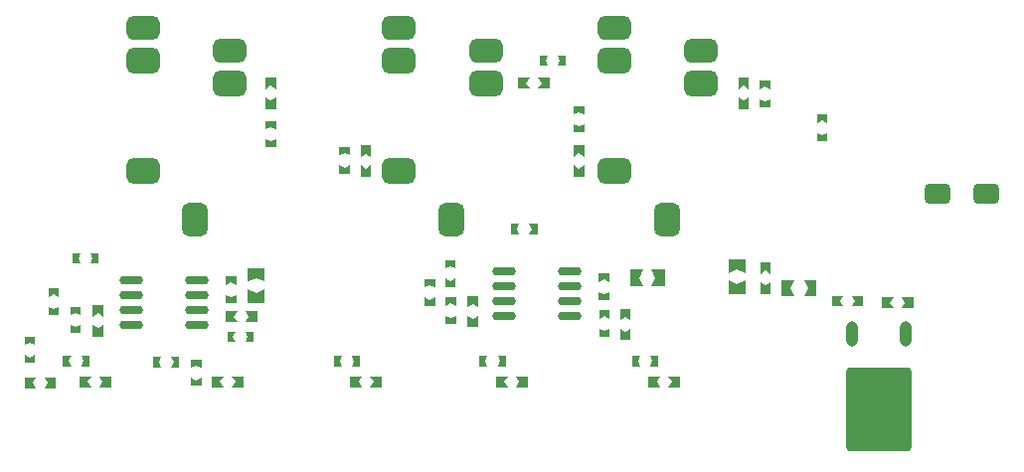
<source format=gtp>
G04 Layer_Color=8421504*
%FSLAX24Y24*%
%MOIN*%
G70*
G01*
G75*
%ADD16O,0.0800X0.0295*%
G04:AMPARAMS|DCode=17|XSize=279.5mil|YSize=218.5mil|CornerRadius=10.9mil|HoleSize=0mil|Usage=FLASHONLY|Rotation=270.000|XOffset=0mil|YOffset=0mil|HoleType=Round|Shape=RoundedRectangle|*
%AMROUNDEDRECTD17*
21,1,0.2795,0.1967,0,0,270.0*
21,1,0.2577,0.2185,0,0,270.0*
1,1,0.0219,-0.0983,-0.1288*
1,1,0.0219,-0.0983,0.1288*
1,1,0.0219,0.0983,0.1288*
1,1,0.0219,0.0983,-0.1288*
%
%ADD17ROUNDEDRECTD17*%
%ADD18O,0.0394X0.0846*%
G04:AMPARAMS|DCode=22|XSize=86.6mil|YSize=68.9mil|CornerRadius=17.2mil|HoleSize=0mil|Usage=FLASHONLY|Rotation=0.000|XOffset=0mil|YOffset=0mil|HoleType=Round|Shape=RoundedRectangle|*
%AMROUNDEDRECTD22*
21,1,0.0866,0.0344,0,0,0.0*
21,1,0.0522,0.0689,0,0,0.0*
1,1,0.0344,0.0261,-0.0172*
1,1,0.0344,-0.0261,-0.0172*
1,1,0.0344,-0.0261,0.0172*
1,1,0.0344,0.0261,0.0172*
%
%ADD22ROUNDEDRECTD22*%
G04:AMPARAMS|DCode=23|XSize=86.6mil|YSize=110.2mil|CornerRadius=21.7mil|HoleSize=0mil|Usage=FLASHONLY|Rotation=0.000|XOffset=0mil|YOffset=0mil|HoleType=Round|Shape=RoundedRectangle|*
%AMROUNDEDRECTD23*
21,1,0.0866,0.0669,0,0,0.0*
21,1,0.0433,0.1102,0,0,0.0*
1,1,0.0433,0.0217,-0.0335*
1,1,0.0433,-0.0217,-0.0335*
1,1,0.0433,-0.0217,0.0335*
1,1,0.0433,0.0217,0.0335*
%
%ADD23ROUNDEDRECTD23*%
G04:AMPARAMS|DCode=24|XSize=86.6mil|YSize=110.2mil|CornerRadius=21.7mil|HoleSize=0mil|Usage=FLASHONLY|Rotation=270.000|XOffset=0mil|YOffset=0mil|HoleType=Round|Shape=RoundedRectangle|*
%AMROUNDEDRECTD24*
21,1,0.0866,0.0669,0,0,270.0*
21,1,0.0433,0.1102,0,0,270.0*
1,1,0.0433,-0.0335,-0.0217*
1,1,0.0433,-0.0335,0.0217*
1,1,0.0433,0.0335,0.0217*
1,1,0.0433,0.0335,-0.0217*
%
%ADD24ROUNDEDRECTD24*%
G04:AMPARAMS|DCode=25|XSize=78.7mil|YSize=110.2mil|CornerRadius=19.7mil|HoleSize=0mil|Usage=FLASHONLY|Rotation=270.000|XOffset=0mil|YOffset=0mil|HoleType=Round|Shape=RoundedRectangle|*
%AMROUNDEDRECTD25*
21,1,0.0787,0.0709,0,0,270.0*
21,1,0.0394,0.1102,0,0,270.0*
1,1,0.0394,-0.0354,-0.0197*
1,1,0.0394,-0.0354,0.0197*
1,1,0.0394,0.0354,0.0197*
1,1,0.0394,0.0354,-0.0197*
%
%ADD25ROUNDEDRECTD25*%
G36*
X41516Y43632D02*
X41240D01*
X41319Y43809D01*
X41240Y43986D01*
X41516D01*
Y43632D01*
D02*
G37*
G36*
X40827Y43809D02*
X40906Y43632D01*
X40630D01*
Y43986D01*
X40906D01*
X40827Y43809D01*
D02*
G37*
G36*
X40965Y42874D02*
X40571D01*
X40689Y43051D01*
X40571Y43228D01*
X40965D01*
Y42874D01*
D02*
G37*
G36*
X40177Y43051D02*
X40295Y42874D01*
X39902D01*
Y43228D01*
X40295D01*
X40177Y43051D01*
D02*
G37*
G36*
X48356Y42854D02*
X48179Y42933D01*
X48002Y42854D01*
Y43130D01*
X48356D01*
Y42854D01*
D02*
G37*
G36*
X31791D02*
X31614Y42972D01*
X31437Y42854D01*
Y43248D01*
X31791D01*
Y42854D01*
D02*
G37*
G36*
X47648Y42854D02*
X47470Y42972D01*
X47293Y42854D01*
Y43248D01*
X47648D01*
Y42854D01*
D02*
G37*
G36*
X31791Y42185D02*
X31437D01*
Y42579D01*
X31614Y42461D01*
X31791Y42579D01*
Y42185D01*
D02*
G37*
G36*
X47648Y42185D02*
X47293D01*
Y42579D01*
X47470Y42461D01*
X47648Y42579D01*
Y42185D01*
D02*
G37*
G36*
X48356Y42244D02*
X48002D01*
Y42520D01*
X48179Y42441D01*
X48356Y42520D01*
Y42244D01*
D02*
G37*
G36*
X42126Y42008D02*
X41949Y42087D01*
X41772Y42008D01*
Y42283D01*
X42126D01*
Y42008D01*
D02*
G37*
G36*
X50285Y41722D02*
X50108Y41801D01*
X49931Y41722D01*
Y41998D01*
X50285D01*
Y41722D01*
D02*
G37*
G36*
X42126Y41398D02*
X41772D01*
Y41673D01*
X41949Y41595D01*
X42126Y41673D01*
Y41398D01*
D02*
G37*
G36*
X31791Y41506D02*
X31614Y41585D01*
X31437Y41506D01*
Y41782D01*
X31791D01*
Y41506D01*
D02*
G37*
G36*
X50285Y41112D02*
X49931D01*
Y41388D01*
X50108Y41309D01*
X50285Y41388D01*
Y41112D01*
D02*
G37*
G36*
X31791Y40896D02*
X31437D01*
Y41171D01*
X31614Y41093D01*
X31791Y41171D01*
Y40896D01*
D02*
G37*
G36*
X34272Y40630D02*
X34094Y40708D01*
X33917Y40630D01*
Y40905D01*
X34272D01*
Y40630D01*
D02*
G37*
G36*
X42126Y40581D02*
X41949Y40699D01*
X41772Y40581D01*
Y40974D01*
X42126D01*
Y40581D01*
D02*
G37*
G36*
X34980Y40571D02*
X34803Y40689D01*
X34626Y40571D01*
Y40965D01*
X34980D01*
Y40571D01*
D02*
G37*
G36*
X34272Y40020D02*
X33917D01*
Y40295D01*
X34094Y40217D01*
X34272Y40295D01*
Y40020D01*
D02*
G37*
G36*
X42126Y39911D02*
X41772D01*
Y40305D01*
X41949Y40187D01*
X42126Y40305D01*
Y39911D01*
D02*
G37*
G36*
X34980Y39902D02*
X34626D01*
Y40295D01*
X34803Y40177D01*
X34980Y40295D01*
Y39902D01*
D02*
G37*
G36*
X40561Y37972D02*
X40285D01*
X40364Y38150D01*
X40285Y38327D01*
X40561D01*
Y37972D01*
D02*
G37*
G36*
X39872Y38150D02*
X39951Y37972D01*
X39675D01*
Y38327D01*
X39951D01*
X39872Y38150D01*
D02*
G37*
G36*
X25846Y36998D02*
X25571D01*
X25649Y37175D01*
X25571Y37352D01*
X25846D01*
Y36998D01*
D02*
G37*
G36*
X25157Y37175D02*
X25236Y36998D01*
X24961D01*
Y37352D01*
X25236D01*
X25157Y37175D01*
D02*
G37*
G36*
X37815Y36830D02*
X37638Y36909D01*
X37461Y36830D01*
Y37106D01*
X37815D01*
Y36830D01*
D02*
G37*
G36*
X47530Y36683D02*
X47244Y36811D01*
X46959Y36683D01*
Y37136D01*
X47530D01*
Y36683D01*
D02*
G37*
G36*
X48386Y36654D02*
X48209Y36772D01*
X48032Y36654D01*
Y37047D01*
X48386D01*
Y36654D01*
D02*
G37*
G36*
X37815Y36220D02*
X37461D01*
Y36496D01*
X37638Y36417D01*
X37815Y36496D01*
Y36220D01*
D02*
G37*
G36*
X31417Y36398D02*
X31132Y36526D01*
X30846Y36398D01*
Y36850D01*
X31417D01*
Y36398D01*
D02*
G37*
G36*
X42972Y36388D02*
X42795Y36467D01*
X42618Y36388D01*
Y36663D01*
X42972D01*
Y36388D01*
D02*
G37*
G36*
X47530Y35974D02*
X46959D01*
Y36427D01*
X47244Y36299D01*
X47530Y36427D01*
Y35974D01*
D02*
G37*
G36*
X30463Y36289D02*
X30285Y36368D01*
X30108Y36289D01*
Y36565D01*
X30463D01*
Y36289D01*
D02*
G37*
G36*
X48386Y35984D02*
X48032D01*
Y36378D01*
X48209Y36260D01*
X48386Y36378D01*
Y35984D01*
D02*
G37*
G36*
X44823Y36240D02*
X44370D01*
X44498Y36526D01*
X44370Y36811D01*
X44823D01*
Y36240D01*
D02*
G37*
G36*
X43986Y36526D02*
X44114Y36240D01*
X43661D01*
Y36811D01*
X44114D01*
X43986Y36526D01*
D02*
G37*
G36*
X37126Y36201D02*
X36949Y36280D01*
X36772Y36201D01*
Y36476D01*
X37126D01*
Y36201D01*
D02*
G37*
G36*
X31417Y35689D02*
X30846D01*
Y36142D01*
X31132Y36014D01*
X31417Y36142D01*
Y35689D01*
D02*
G37*
G36*
X42972Y35778D02*
X42618D01*
Y36053D01*
X42795Y35975D01*
X42972Y36053D01*
Y35778D01*
D02*
G37*
G36*
X49911Y35906D02*
X49498D01*
X49626Y36181D01*
X49498Y36457D01*
X49911D01*
Y35906D01*
D02*
G37*
G36*
X49035Y36181D02*
X49163Y35906D01*
X48750D01*
Y36457D01*
X49163D01*
X49035Y36181D01*
D02*
G37*
G36*
X24518Y35886D02*
X24341Y35965D01*
X24163Y35886D01*
Y36161D01*
X24518D01*
Y35886D01*
D02*
G37*
G36*
X30463Y35679D02*
X30108D01*
Y35955D01*
X30285Y35876D01*
X30463Y35955D01*
Y35679D01*
D02*
G37*
G36*
X37126Y35591D02*
X36772D01*
Y35866D01*
X36949Y35788D01*
X37126Y35866D01*
Y35591D01*
D02*
G37*
G36*
X37825Y35591D02*
X37648Y35669D01*
X37470Y35591D01*
Y35866D01*
X37825D01*
Y35591D01*
D02*
G37*
G36*
X51486Y35571D02*
X51093D01*
X51211Y35748D01*
X51093Y35925D01*
X51486D01*
Y35571D01*
D02*
G37*
G36*
X50699Y35748D02*
X50817Y35571D01*
X50423D01*
Y35925D01*
X50817D01*
X50699Y35748D01*
D02*
G37*
G36*
X38573Y35531D02*
X38396Y35650D01*
X38219Y35531D01*
Y35925D01*
X38573D01*
Y35531D01*
D02*
G37*
G36*
X53159Y35512D02*
X52766D01*
X52884Y35689D01*
X52766Y35866D01*
X53159D01*
Y35512D01*
D02*
G37*
G36*
X52372Y35689D02*
X52490Y35512D01*
X52096D01*
Y35866D01*
X52490D01*
X52372Y35689D01*
D02*
G37*
G36*
X24518Y35276D02*
X24163D01*
Y35551D01*
X24341Y35473D01*
X24518Y35551D01*
Y35276D01*
D02*
G37*
G36*
X25246Y35276D02*
X25069Y35354D01*
X24892Y35276D01*
Y35551D01*
X25246D01*
Y35276D01*
D02*
G37*
G36*
X26004Y35226D02*
X25827Y35344D01*
X25650Y35226D01*
Y35620D01*
X26004D01*
Y35226D01*
D02*
G37*
G36*
X37825Y34981D02*
X37470D01*
Y35256D01*
X37648Y35177D01*
X37825Y35256D01*
Y34981D01*
D02*
G37*
G36*
X42982Y35157D02*
X42805Y35236D01*
X42628Y35157D01*
Y35433D01*
X42982D01*
Y35157D01*
D02*
G37*
G36*
X38573Y34862D02*
X38219D01*
Y35256D01*
X38396Y35138D01*
X38573Y35256D01*
Y34862D01*
D02*
G37*
G36*
X43681Y35098D02*
X43504Y35217D01*
X43327Y35098D01*
Y35492D01*
X43681D01*
Y35098D01*
D02*
G37*
G36*
X31161Y35039D02*
X30768D01*
X30886Y35217D01*
X30768Y35394D01*
X31161D01*
Y35039D01*
D02*
G37*
G36*
X30374Y35217D02*
X30492Y35039D01*
X30098D01*
Y35394D01*
X30492D01*
X30374Y35217D01*
D02*
G37*
G36*
X25246Y34666D02*
X24892D01*
Y34941D01*
X25069Y34862D01*
X25246Y34941D01*
Y34666D01*
D02*
G37*
G36*
X26004Y34557D02*
X25650D01*
Y34951D01*
X25827Y34833D01*
X26004Y34951D01*
Y34557D01*
D02*
G37*
G36*
X42982Y34547D02*
X42628D01*
Y34823D01*
X42805Y34744D01*
X42982Y34823D01*
Y34547D01*
D02*
G37*
G36*
X43681Y34429D02*
X43327D01*
Y34823D01*
X43504Y34705D01*
X43681Y34823D01*
Y34429D01*
D02*
G37*
G36*
X31043Y34370D02*
X30767D01*
X30846Y34547D01*
X30767Y34724D01*
X31043D01*
Y34370D01*
D02*
G37*
G36*
X30354Y34547D02*
X30433Y34370D01*
X30157D01*
Y34724D01*
X30433D01*
X30354Y34547D01*
D02*
G37*
G36*
X23711Y34271D02*
X23533Y34350D01*
X23356Y34271D01*
Y34547D01*
X23711D01*
Y34271D01*
D02*
G37*
G36*
Y33661D02*
X23356D01*
Y33937D01*
X23533Y33858D01*
X23711Y33937D01*
Y33661D01*
D02*
G37*
G36*
X44616Y33553D02*
X44341D01*
X44419Y33730D01*
X44341Y33907D01*
X44616D01*
Y33553D01*
D02*
G37*
G36*
X43927Y33730D02*
X44006Y33553D01*
X43731D01*
Y33907D01*
X44006D01*
X43927Y33730D01*
D02*
G37*
G36*
X39498Y33553D02*
X39222D01*
X39301Y33730D01*
X39222Y33907D01*
X39498D01*
Y33553D01*
D02*
G37*
G36*
X38809Y33730D02*
X38888Y33553D01*
X38612D01*
Y33907D01*
X38888D01*
X38809Y33730D01*
D02*
G37*
G36*
X25531Y33553D02*
X25256D01*
X25335Y33730D01*
X25256Y33907D01*
X25531D01*
Y33553D01*
D02*
G37*
G36*
X24843Y33730D02*
X24922Y33553D01*
X24646D01*
Y33907D01*
X24922D01*
X24843Y33730D01*
D02*
G37*
G36*
X34616Y33543D02*
X34341D01*
X34419Y33720D01*
X34341Y33898D01*
X34616D01*
Y33543D01*
D02*
G37*
G36*
X33927Y33720D02*
X34006Y33543D01*
X33731D01*
Y33898D01*
X34006D01*
X33927Y33720D01*
D02*
G37*
G36*
X28553Y33524D02*
X28278D01*
X28356Y33701D01*
X28278Y33878D01*
X28553D01*
Y33524D01*
D02*
G37*
G36*
X27864Y33701D02*
X27943Y33524D01*
X27668D01*
Y33878D01*
X27943D01*
X27864Y33701D01*
D02*
G37*
G36*
X29291Y33504D02*
X29114Y33582D01*
X28937Y33504D01*
Y33779D01*
X29291D01*
Y33504D01*
D02*
G37*
G36*
Y32894D02*
X28937D01*
Y33169D01*
X29114Y33091D01*
X29291Y33169D01*
Y32894D01*
D02*
G37*
G36*
X45344Y32854D02*
X44951D01*
X45069Y33031D01*
X44951Y33209D01*
X45344D01*
Y32854D01*
D02*
G37*
G36*
X44557Y33031D02*
X44675Y32854D01*
X44282D01*
Y33209D01*
X44675D01*
X44557Y33031D01*
D02*
G37*
G36*
X40226Y32854D02*
X39833D01*
X39951Y33031D01*
X39833Y33209D01*
X40226D01*
Y32854D01*
D02*
G37*
G36*
X39439Y33031D02*
X39557Y32854D01*
X39163D01*
Y33209D01*
X39557D01*
X39439Y33031D01*
D02*
G37*
G36*
X35344Y32854D02*
X34951D01*
X35069Y33031D01*
X34951Y33209D01*
X35344D01*
Y32854D01*
D02*
G37*
G36*
X34557Y33031D02*
X34675Y32854D01*
X34281D01*
Y33209D01*
X34675D01*
X34557Y33031D01*
D02*
G37*
G36*
X30709Y32854D02*
X30315D01*
X30433Y33031D01*
X30315Y33209D01*
X30709D01*
Y32854D01*
D02*
G37*
G36*
X29921Y33031D02*
X30039Y32854D01*
X29646D01*
Y33209D01*
X30039D01*
X29921Y33031D01*
D02*
G37*
G36*
X26260Y32854D02*
X25866D01*
X25984Y33031D01*
X25866Y33209D01*
X26260D01*
Y32854D01*
D02*
G37*
G36*
X25472Y33031D02*
X25591Y32854D01*
X25197D01*
Y33209D01*
X25591D01*
X25472Y33031D01*
D02*
G37*
G36*
X24419Y32825D02*
X24026D01*
X24144Y33002D01*
X24026Y33179D01*
X24419D01*
Y32825D01*
D02*
G37*
G36*
X23632Y33002D02*
X23750Y32825D01*
X23356D01*
Y33179D01*
X23750D01*
X23632Y33002D01*
D02*
G37*
D16*
X26939Y36427D02*
D03*
Y35927D02*
D03*
X29139D02*
D03*
Y36427D02*
D03*
X26939Y34927D02*
D03*
X29139D02*
D03*
X26939Y35427D02*
D03*
X29139D02*
D03*
X39449Y36732D02*
D03*
Y36232D02*
D03*
X41649D02*
D03*
Y36732D02*
D03*
X39449Y35232D02*
D03*
X41649D02*
D03*
X39449Y35732D02*
D03*
X41649D02*
D03*
D17*
X51998Y32096D02*
D03*
D18*
X52896Y34656D02*
D03*
X51100D02*
D03*
D22*
X53976Y39341D02*
D03*
X55591D02*
D03*
D23*
X37667Y38484D02*
D03*
X44892D02*
D03*
X29075D02*
D03*
D24*
X35915Y40098D02*
D03*
X38829Y43051D02*
D03*
X35915Y43799D02*
D03*
X43140Y40098D02*
D03*
X46053Y43051D02*
D03*
X43140Y43799D02*
D03*
X27323Y40098D02*
D03*
X30236Y43051D02*
D03*
X27323Y43799D02*
D03*
D25*
X38829Y44154D02*
D03*
X35915Y44902D02*
D03*
X46053Y44154D02*
D03*
X43140Y44902D02*
D03*
X30236Y44154D02*
D03*
X27323Y44902D02*
D03*
M02*

</source>
